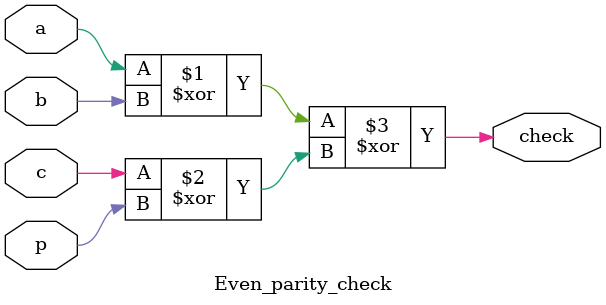
<source format=v>
`timescale 1ns / 1ps
module Even_parity_check(
input a,b,c,p,
output check);

assign check= (a^b)^(c^p);
endmodule

</source>
